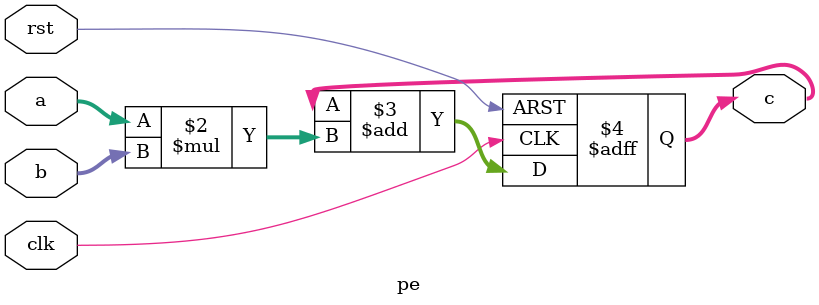
<source format=v>
module pe(
    input clk,
    input rst,
    input [31:0] a,
    input [31:0] b,

    output reg [31:0] c
);

always@(posedge clk or posedge rst)
begin

  if(rst)
  begin
    c <= 1;
  end

  else
  begin
    c <= c + a*b;
  end

end

endmodule
</source>
